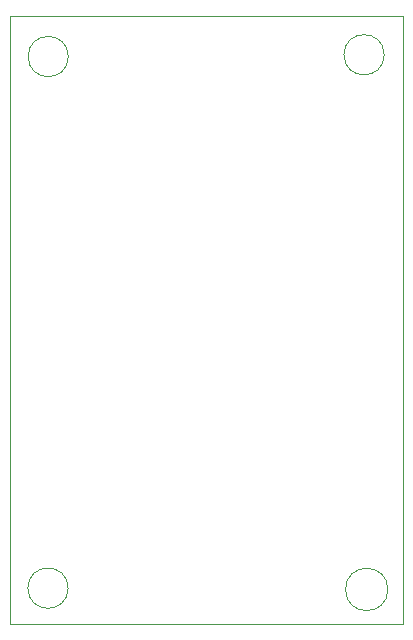
<source format=gbr>
%TF.GenerationSoftware,KiCad,Pcbnew,7.0.9*%
%TF.CreationDate,2023-11-26T05:55:09+10:00*%
%TF.ProjectId,AUDIO-KEYPAD,41554449-4f2d-44b4-9559-5041442e6b69,rev?*%
%TF.SameCoordinates,Original*%
%TF.FileFunction,Profile,NP*%
%FSLAX46Y46*%
G04 Gerber Fmt 4.6, Leading zero omitted, Abs format (unit mm)*
G04 Created by KiCad (PCBNEW 7.0.9) date 2023-11-26 05:55:09*
%MOMM*%
%LPD*%
G01*
G04 APERTURE LIST*
%TA.AperFunction,Profile*%
%ADD10C,0.100000*%
%TD*%
G04 APERTURE END LIST*
D10*
X97750000Y-59100000D02*
X130960000Y-59100000D01*
X130960000Y-110600000D01*
X97750000Y-110600000D01*
X97750000Y-59100000D01*
X129393884Y-62390000D02*
G75*
G03*
X129393884Y-62390000I-1703884J0D01*
G01*
X102653884Y-62540000D02*
G75*
G03*
X102653884Y-62540000I-1703884J0D01*
G01*
X102633884Y-107550000D02*
G75*
G03*
X102633884Y-107550000I-1703884J0D01*
G01*
X129706051Y-107660000D02*
G75*
G03*
X129706051Y-107660000I-1796051J0D01*
G01*
M02*

</source>
